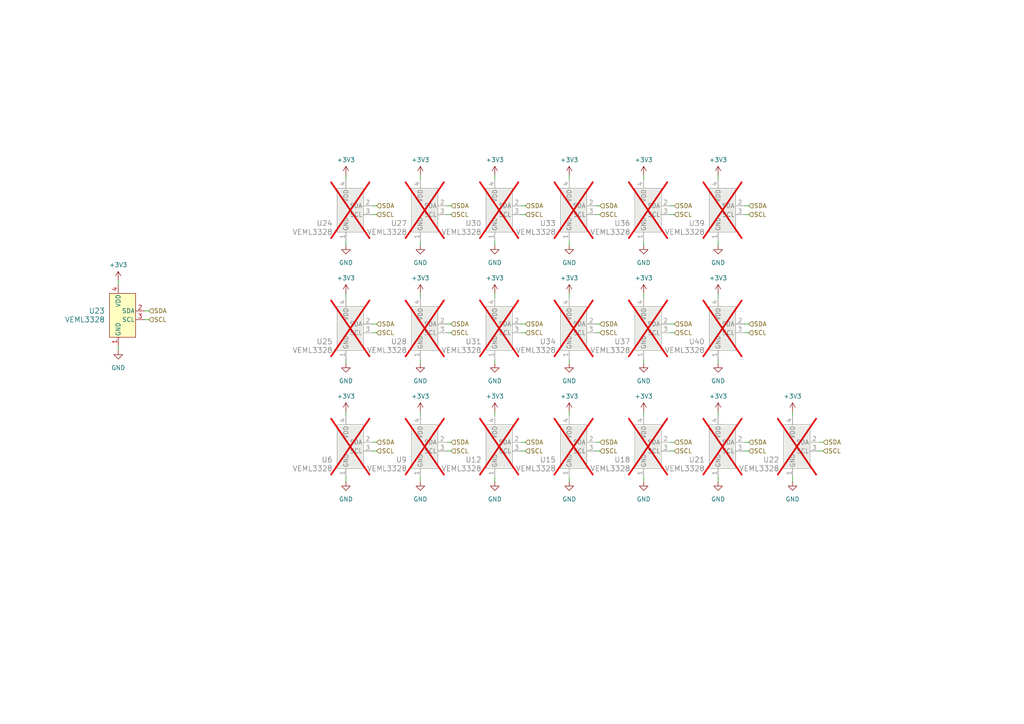
<source format=kicad_sch>
(kicad_sch (version 20231120) (generator "eeschema") (generator_version "8.0")
  (paper "A4")
  (lib_symbols
    (symbol "personal:VEML3328" (pin_names (offset 0.254))
      (property "Reference" "U" (at 12.7 10.16 0))
      (property "Value" "VEML3328" (at 17.78 7.62 0))
      (symbol "VEML3328_1_1"
        (rectangle (start 7.62 5.08) (end 15.24 -7.62) (fill (type background)))
        (pin unspecified line (at 10.16 -10.16 90) (length 2.54) (name "GND") (number "1"))
        (pin unspecified line (at 17.78 0 180) (length 2.54) (name "SDA") (number "2"))
        (pin unspecified line (at 17.78 -2.54 180) (length 2.54) (name "SCL") (number "3"))
        (pin unspecified line (at 10.16 7.62 270) (length 2.54) (name "VDD") (number "4"))
      )
    )
    (symbol "power:+3V3" (power) (pin_names (offset 0))
      (property "Value" "+3V3" (at 0 3.556 0))
      (symbol "+3V3_0_1"
        (polyline (pts (xy -0.762 1.27) (xy 0 2.54)))
        (polyline (pts (xy 0 0) (xy 0 2.54)))
        (polyline (pts (xy 0 2.54) (xy 0.762 1.27)))
      )
      (symbol "+3V3_1_1"
        (pin power_in line (at 0 0 90) (length 0) hide (name "+3V3") (number "1"))
      )
    )
    (symbol "power:GND" (power) (pin_names (offset 0))
      (property "Value" "GND" (at 0 -3.81 0))
      (symbol "GND_0_1"
        (polyline (pts (xy 0 0) (xy 0 -1.27) (xy 1.27 -1.27) (xy 0 -2.54) (xy -1.27 -1.27) (xy 0 -1.27)))
      )
      (symbol "GND_1_1"
        (pin power_in line (at 0 0 270) (length 0) hide (name "GND") (number "1"))
      )
    )
  )
  (wire (pts (xy 41.91 90.17) (xy 43.18 90.17)))
  (wire (pts (xy 41.91 92.71) (xy 43.18 92.71)))
  (wire (pts (xy 208.28 119.38) (xy 208.28 120.65)))
  (wire (pts (xy 186.69 139.7) (xy 186.69 138.43)))
  (wire (pts (xy 217.17 128.27) (xy 215.9 128.27)))
  (wire (pts (xy 165.1 85.09) (xy 165.1 86.36)))
  (wire (pts (xy 143.51 105.41) (xy 143.51 104.14)))
  (wire (pts (xy 109.22 130.81) (xy 107.95 130.81)))
  (wire (pts (xy 121.92 85.09) (xy 121.92 86.36)))
  (wire (pts (xy 100.33 50.8) (xy 100.33 52.07)))
  (wire (pts (xy 229.87 139.7) (xy 229.87 138.43)))
  (wire (pts (xy 152.4 96.52) (xy 151.13 96.52)))
  (wire (pts (xy 173.99 96.52) (xy 172.72 96.52)))
  (wire (pts (xy 173.99 62.23) (xy 172.72 62.23)))
  (wire (pts (xy 173.99 128.27) (xy 172.72 128.27)))
  (wire (pts (xy 208.28 105.41) (xy 208.28 104.14)))
  (wire (pts (xy 173.99 93.98) (xy 172.72 93.98)))
  (wire (pts (xy 208.28 71.12) (xy 208.28 69.85)))
  (wire (pts (xy 165.1 71.12) (xy 165.1 69.85)))
  (wire (pts (xy 143.51 139.7) (xy 143.51 138.43)))
  (wire (pts (xy 186.69 85.09) (xy 186.69 86.36)))
  (wire (pts (xy 100.33 139.7) (xy 100.33 138.43)))
  (wire (pts (xy 217.17 59.69) (xy 215.9 59.69)))
  (wire (pts (xy 208.28 139.7) (xy 208.28 138.43)))
  (wire (pts (xy 109.22 59.69) (xy 107.95 59.69)))
  (wire (pts (xy 186.69 50.8) (xy 186.69 52.07)))
  (wire (pts (xy 186.69 119.38) (xy 186.69 120.65)))
  (wire (pts (xy 238.76 128.27) (xy 237.49 128.27)))
  (wire (pts (xy 143.51 85.09) (xy 143.51 86.36)))
  (wire (pts (xy 165.1 119.38) (xy 165.1 120.65)))
  (wire (pts (xy 143.51 119.38) (xy 143.51 120.65)))
  (wire (pts (xy 208.28 50.8) (xy 208.28 52.07)))
  (wire (pts (xy 34.29 81.28) (xy 34.29 82.55)))
  (wire (pts (xy 195.58 59.69) (xy 194.31 59.69)))
  (wire (pts (xy 130.81 59.69) (xy 129.54 59.69)))
  (wire (pts (xy 100.33 85.09) (xy 100.33 86.36)))
  (wire (pts (xy 100.33 71.12) (xy 100.33 69.85)))
  (wire (pts (xy 130.81 128.27) (xy 129.54 128.27)))
  (wire (pts (xy 152.4 128.27) (xy 151.13 128.27)))
  (wire (pts (xy 217.17 62.23) (xy 215.9 62.23)))
  (wire (pts (xy 217.17 130.81) (xy 215.9 130.81)))
  (wire (pts (xy 217.17 93.98) (xy 215.9 93.98)))
  (wire (pts (xy 109.22 93.98) (xy 107.95 93.98)))
  (wire (pts (xy 121.92 105.41) (xy 121.92 104.14)))
  (wire (pts (xy 152.4 62.23) (xy 151.13 62.23)))
  (wire (pts (xy 195.58 130.81) (xy 194.31 130.81)))
  (wire (pts (xy 208.28 85.09) (xy 208.28 86.36)))
  (wire (pts (xy 152.4 130.81) (xy 151.13 130.81)))
  (wire (pts (xy 100.33 105.41) (xy 100.33 104.14)))
  (wire (pts (xy 121.92 71.12) (xy 121.92 69.85)))
  (wire (pts (xy 195.58 62.23) (xy 194.31 62.23)))
  (wire (pts (xy 165.1 50.8) (xy 165.1 52.07)))
  (wire (pts (xy 165.1 139.7) (xy 165.1 138.43)))
  (wire (pts (xy 238.76 130.81) (xy 237.49 130.81)))
  (wire (pts (xy 173.99 130.81) (xy 172.72 130.81)))
  (wire (pts (xy 109.22 128.27) (xy 107.95 128.27)))
  (wire (pts (xy 165.1 105.41) (xy 165.1 104.14)))
  (wire (pts (xy 217.17 96.52) (xy 215.9 96.52)))
  (wire (pts (xy 186.69 71.12) (xy 186.69 69.85)))
  (wire (pts (xy 143.51 50.8) (xy 143.51 52.07)))
  (wire (pts (xy 130.81 62.23) (xy 129.54 62.23)))
  (wire (pts (xy 152.4 93.98) (xy 151.13 93.98)))
  (wire (pts (xy 229.87 119.38) (xy 229.87 120.65)))
  (wire (pts (xy 152.4 59.69) (xy 151.13 59.69)))
  (wire (pts (xy 109.22 62.23) (xy 107.95 62.23)))
  (wire (pts (xy 121.92 119.38) (xy 121.92 120.65)))
  (wire (pts (xy 173.99 59.69) (xy 172.72 59.69)))
  (wire (pts (xy 130.81 93.98) (xy 129.54 93.98)))
  (wire (pts (xy 121.92 139.7) (xy 121.92 138.43)))
  (wire (pts (xy 130.81 130.81) (xy 129.54 130.81)))
  (wire (pts (xy 186.69 105.41) (xy 186.69 104.14)))
  (wire (pts (xy 195.58 96.52) (xy 194.31 96.52)))
  (wire (pts (xy 195.58 93.98) (xy 194.31 93.98)))
  (wire (pts (xy 34.29 100.33) (xy 34.29 101.6)))
  (wire (pts (xy 109.22 96.52) (xy 107.95 96.52)))
  (wire (pts (xy 130.81 96.52) (xy 129.54 96.52)))
  (wire (pts (xy 121.92 50.8) (xy 121.92 52.07)))
  (wire (pts (xy 100.33 119.38) (xy 100.33 120.65)))
  (wire (pts (xy 143.51 71.12) (xy 143.51 69.85)))
  (wire (pts (xy 195.58 128.27) (xy 194.31 128.27)))
  (hierarchical_label "SDA" (shape input) (at 195.58 93.98 0))
  (hierarchical_label "SCL" (shape input) (at 173.99 130.81 0))
  (hierarchical_label "SCL" (shape input) (at 130.81 130.81 0))
  (hierarchical_label "SDA" (shape input) (at 109.22 128.27 0))
  (hierarchical_label "SDA" (shape input) (at 217.17 128.27 0))
  (hierarchical_label "SCL" (shape input) (at 130.81 62.23 0))
  (hierarchical_label "SDA" (shape input) (at 109.22 93.98 0))
  (hierarchical_label "SCL" (shape input) (at 109.22 62.23 0))
  (hierarchical_label "SCL" (shape input) (at 195.58 130.81 0))
  (hierarchical_label "SDA" (shape input) (at 173.99 128.27 0))
  (hierarchical_label "SDA" (shape input) (at 195.58 128.27 0))
  (hierarchical_label "SCL" (shape input) (at 173.99 96.52 0))
  (hierarchical_label "SCL" (shape input) (at 152.4 130.81 0))
  (hierarchical_label "SCL" (shape input) (at 173.99 62.23 0))
  (hierarchical_label "SCL" (shape input) (at 43.18 92.71 0))
  (hierarchical_label "SDA" (shape input) (at 152.4 128.27 0))
  (hierarchical_label "SCL" (shape input) (at 217.17 130.81 0))
  (hierarchical_label "SCL" (shape input) (at 195.58 96.52 0))
  (hierarchical_label "SDA" (shape input) (at 43.18 90.17 0))
  (hierarchical_label "SCL" (shape input) (at 195.58 62.23 0))
  (hierarchical_label "SDA" (shape input) (at 195.58 59.69 0))
  (hierarchical_label "SCL" (shape input) (at 217.17 62.23 0))
  (hierarchical_label "SDA" (shape input) (at 152.4 59.69 0))
  (hierarchical_label "SDA" (shape input) (at 130.81 128.27 0))
  (hierarchical_label "SCL" (shape input) (at 152.4 62.23 0))
  (hierarchical_label "SDA" (shape input) (at 173.99 93.98 0))
  (hierarchical_label "SDA" (shape input) (at 109.22 59.69 0))
  (hierarchical_label "SDA" (shape input) (at 238.76 128.27 0))
  (hierarchical_label "SCL" (shape input) (at 238.76 130.81 0))
  (hierarchical_label "SCL" (shape input) (at 130.81 96.52 0))
  (hierarchical_label "SDA" (shape input) (at 130.81 59.69 0))
  (hierarchical_label "SDA" (shape input) (at 152.4 93.98 0))
  (hierarchical_label "SDA" (shape input) (at 217.17 93.98 0))
  (hierarchical_label "SCL" (shape input) (at 217.17 96.52 0))
  (hierarchical_label "SCL" (shape input) (at 109.22 130.81 0))
  (hierarchical_label "SDA" (shape input) (at 173.99 59.69 0))
  (hierarchical_label "SDA" (shape input) (at 217.17 59.69 0))
  (hierarchical_label "SDA" (shape input) (at 130.81 93.98 0))
  (hierarchical_label "SCL" (shape input) (at 152.4 96.52 0))
  (hierarchical_label "SCL" (shape input) (at 109.22 96.52 0))
  (symbol (lib_id "power:GND") (at 143.51 139.7 0) (unit 1)
    (property "Reference" "#PWR056" (effects (hide yes)))
    (property "Value" "GND" (at 143.51 144.78 0))
    (instances (project "robot_pcb" (path "" (reference "#PWR056") (unit 1)) (path "" (reference "#PWR096") (unit 1))))
  )
  (symbol (lib_id "power:GND") (at 208.28 139.7 0) (unit 1)
    (property "Reference" "#PWR074" (effects (hide yes)))
    (property "Value" "GND" (at 208.28 144.78 0))
    (instances (project "robot_pcb" (path "" (reference "#PWR074") (unit 1)) (path "" (reference "#PWR0114") (unit 1))))
  )
  (symbol (lib_id "power:GND") (at 186.69 71.12 0) (unit 1)
    (property "Reference" "#PWR064" (effects (hide yes)))
    (property "Value" "GND" (at 186.69 76.2 0))
    (instances (project "robot_pcb" (path "" (reference "#PWR064") (unit 1)) (path "" (reference "#PWR0104") (unit 1))))
  )
  (symbol (lib_id "power:GND") (at 143.51 71.12 0) (unit 1)
    (property "Reference" "#PWR052" (effects (hide yes)))
    (property "Value" "GND" (at 143.51 76.2 0))
    (instances (project "robot_pcb" (path "" (reference "#PWR052") (unit 1)) (path "" (reference "#PWR092") (unit 1))))
  )
  (symbol (lib_id "power:GND") (at 100.33 105.41 0) (unit 1)
    (property "Reference" "#PWR042" (effects (hide yes)))
    (property "Value" "GND" (at 100.33 110.49 0))
    (instances (project "robot_pcb" (path "" (reference "#PWR042") (unit 1)) (path "" (reference "#PWR082") (unit 1))))
  )
  (symbol (lib_id "power:+3V3") (at 143.51 85.09 0) (unit 1)
    (property "Reference" "#PWR053" (effects (hide yes)))
    (property "Value" "+3V3" (at 143.51 80.645 0))
    (instances (project "robot_pcb" (path "" (reference "#PWR053") (unit 1)) (path "" (reference "#PWR093") (unit 1))))
  )
  (symbol (lib_id "personal:VEML3328") (at 90.17 59.69 0) (unit 1) (dnp yes)
    (property "Reference" "U24" (at 96.52 64.77 0) (effects (font (size 1.524 1.524)) (justify right)))
    (property "Value" "VEML3328" (at 96.52 67.31 0) (effects (font (size 1.524 1.524)) (justify right)))
    (property "Footprint" "personal:SMD_L3328_VIS_better" (effects (hide yes)))
    (property "Datasheet" "VEML3328" (effects (hide yes)))
    (property "farnell" "3517203" (effects (hide yes)))
    (instances (project "robot_pcb" (path "" (reference "U24") (unit 1)) (path "" (reference "U4") (unit 1))))
  )
  (symbol (lib_id "personal:VEML3328") (at 176.53 93.98 0) (unit 1) (dnp yes)
    (property "Reference" "U37" (at 182.88 99.06 0) (effects (font (size 1.524 1.524)) (justify right)))
    (property "Value" "VEML3328" (at 182.88 101.6 0) (effects (font (size 1.524 1.524)) (justify right)))
    (property "Footprint" "personal:SMD_L3328_VIS_better" (effects (hide yes)))
    (property "Datasheet" "VEML3328" (effects (hide yes)))
    (property "farnell" "3517203" (effects (hide yes)))
    (instances (project "robot_pcb" (path "" (reference "U37") (unit 1)) (path "" (reference "U17") (unit 1))))
  )
  (symbol (lib_id "power:+3V3") (at 121.92 85.09 0) (unit 1)
    (property "Reference" "#PWR047" (effects (hide yes)))
    (property "Value" "+3V3" (at 121.92 80.645 0))
    (instances (project "robot_pcb" (path "" (reference "#PWR047") (unit 1)) (path "" (reference "#PWR087") (unit 1))))
  )
  (symbol (lib_id "personal:VEML3328") (at 90.17 128.27 0) (unit 1) (dnp yes)
    (property "Reference" "U6" (at 96.52 133.35 0) (effects (font (size 1.524 1.524)) (justify right)))
    (property "Value" "VEML3328" (at 96.52 135.89 0) (effects (font (size 1.524 1.524)) (justify right)))
    (property "Footprint" "personal:SMD_L3328_VIS_better" (effects (hide yes)))
    (property "Datasheet" "VEML3328" (effects (hide yes)))
    (property "farnell" "3517203" (effects (hide yes)))
    (instances (project "robot_pcb" (path "" (reference "U6") (unit 1)) (path "" (reference "U26") (unit 1))))
  )
  (symbol (lib_id "power:GND") (at 186.69 105.41 0) (unit 1)
    (property "Reference" "#PWR066" (effects (hide yes)))
    (property "Value" "GND" (at 186.69 110.49 0))
    (instances (project "robot_pcb" (path "" (reference "#PWR066") (unit 1)) (path "" (reference "#PWR0106") (unit 1))))
  )
  (symbol (lib_id "personal:VEML3328") (at 219.71 128.27 0) (unit 1) (dnp yes)
    (property "Reference" "U22" (at 226.06 133.35 0) (effects (font (size 1.524 1.524)) (justify right)))
    (property "Value" "VEML3328" (at 226.06 135.89 0) (effects (font (size 1.524 1.524)) (justify right)))
    (property "Footprint" "personal:SMD_L3328_VIS_better" (effects (hide yes)))
    (property "Datasheet" "VEML3328" (effects (hide yes)))
    (property "farnell" "3517203" (effects (hide yes)))
    (instances (project "robot_pcb" (path "" (reference "U22") (unit 1)) (path "" (reference "U42") (unit 1))))
  )
  (symbol (lib_id "personal:VEML3328") (at 111.76 93.98 0) (unit 1) (dnp yes)
    (property "Reference" "U28" (at 118.11 99.06 0) (effects (font (size 1.524 1.524)) (justify right)))
    (property "Value" "VEML3328" (at 118.11 101.6 0) (effects (font (size 1.524 1.524)) (justify right)))
    (property "Footprint" "personal:SMD_L3328_VIS_better" (effects (hide yes)))
    (property "Datasheet" "VEML3328" (effects (hide yes)))
    (property "farnell" "3517203" (effects (hide yes)))
    (instances (project "robot_pcb" (path "" (reference "U28") (unit 1)) (path "" (reference "U8") (unit 1))))
  )
  (symbol (lib_id "power:+3V3") (at 186.69 50.8 0) (unit 1)
    (property "Reference" "#PWR063" (effects (hide yes)))
    (property "Value" "+3V3" (at 186.69 46.355 0))
    (instances (project "robot_pcb" (path "" (reference "#PWR063") (unit 1)) (path "" (reference "#PWR0103") (unit 1))))
  )
  (symbol (lib_id "power:+3V3") (at 186.69 85.09 0) (unit 1)
    (property "Reference" "#PWR065" (effects (hide yes)))
    (property "Value" "+3V3" (at 186.69 80.645 0))
    (instances (project "robot_pcb" (path "" (reference "#PWR065") (unit 1)) (path "" (reference "#PWR0105") (unit 1))))
  )
  (symbol (lib_id "power:GND") (at 165.1 71.12 0) (unit 1)
    (property "Reference" "#PWR058" (effects (hide yes)))
    (property "Value" "GND" (at 165.1 76.2 0))
    (instances (project "robot_pcb" (path "" (reference "#PWR058") (unit 1)) (path "" (reference "#PWR098") (unit 1))))
  )
  (symbol (lib_id "power:+3V3") (at 143.51 50.8 0) (unit 1)
    (property "Reference" "#PWR051" (effects (hide yes)))
    (property "Value" "+3V3" (at 143.51 46.355 0))
    (instances (project "robot_pcb" (path "" (reference "#PWR051") (unit 1)) (path "" (reference "#PWR091") (unit 1))))
  )
  (symbol (lib_id "power:GND") (at 165.1 105.41 0) (unit 1)
    (property "Reference" "#PWR060" (effects (hide yes)))
    (property "Value" "GND" (at 165.1 110.49 0))
    (instances (project "robot_pcb" (path "" (reference "#PWR060") (unit 1)) (path "" (reference "#PWR0100") (unit 1))))
  )
  (symbol (lib_id "power:+3V3") (at 100.33 50.8 0) (unit 1)
    (property "Reference" "#PWR039" (effects (hide yes)))
    (property "Value" "+3V3" (at 100.33 46.355 0))
    (instances (project "robot_pcb" (path "" (reference "#PWR039") (unit 1)) (path "" (reference "#PWR079") (unit 1))))
  )
  (symbol (lib_id "power:+3V3") (at 100.33 85.09 0) (unit 1)
    (property "Reference" "#PWR041" (effects (hide yes)))
    (property "Value" "+3V3" (at 100.33 80.645 0))
    (instances (project "robot_pcb" (path "" (reference "#PWR041") (unit 1)) (path "" (reference "#PWR081") (unit 1))))
  )
  (symbol (lib_id "personal:VEML3328") (at 176.53 128.27 0) (unit 1) (dnp yes)
    (property "Reference" "U18" (at 182.88 133.35 0) (effects (font (size 1.524 1.524)) (justify right)))
    (property "Value" "VEML3328" (at 182.88 135.89 0) (effects (font (size 1.524 1.524)) (justify right)))
    (property "Footprint" "personal:SMD_L3328_VIS_better" (effects (hide yes)))
    (property "Datasheet" "VEML3328" (effects (hide yes)))
    (property "farnell" "3517203" (effects (hide yes)))
    (instances (project "robot_pcb" (path "" (reference "U18") (unit 1)) (path "" (reference "U38") (unit 1))))
  )
  (symbol (lib_id "power:GND") (at 165.1 139.7 0) (unit 1)
    (property "Reference" "#PWR062" (effects (hide yes)))
    (property "Value" "GND" (at 165.1 144.78 0))
    (instances (project "robot_pcb" (path "" (reference "#PWR062") (unit 1)) (path "" (reference "#PWR0102") (unit 1))))
  )
  (symbol (lib_id "power:GND") (at 100.33 139.7 0) (unit 1)
    (property "Reference" "#PWR044" (effects (hide yes)))
    (property "Value" "GND" (at 100.33 144.78 0))
    (instances (project "robot_pcb" (path "" (reference "#PWR044") (unit 1)) (path "" (reference "#PWR084") (unit 1))))
  )
  (symbol (lib_id "personal:VEML3328") (at 154.94 93.98 0) (unit 1) (dnp yes)
    (property "Reference" "U34" (at 161.29 99.06 0) (effects (font (size 1.524 1.524)) (justify right)))
    (property "Value" "VEML3328" (at 161.29 101.6 0) (effects (font (size 1.524 1.524)) (justify right)))
    (property "Footprint" "personal:SMD_L3328_VIS_better" (effects (hide yes)))
    (property "Datasheet" "VEML3328" (effects (hide yes)))
    (property "farnell" "3517203" (effects (hide yes)))
    (instances (project "robot_pcb" (path "" (reference "U34") (unit 1)) (path "" (reference "U14") (unit 1))))
  )
  (symbol (lib_id "power:GND") (at 143.51 105.41 0) (unit 1)
    (property "Reference" "#PWR054" (effects (hide yes)))
    (property "Value" "GND" (at 143.51 110.49 0))
    (instances (project "robot_pcb" (path "" (reference "#PWR054") (unit 1)) (path "" (reference "#PWR094") (unit 1))))
  )
  (symbol (lib_id "power:+3V3") (at 186.69 119.38 0) (unit 1)
    (property "Reference" "#PWR067" (effects (hide yes)))
    (property "Value" "+3V3" (at 186.69 114.935 0))
    (instances (project "robot_pcb" (path "" (reference "#PWR067") (unit 1)) (path "" (reference "#PWR0107") (unit 1))))
  )
  (symbol (lib_id "power:GND") (at 121.92 105.41 0) (unit 1)
    (property "Reference" "#PWR048" (effects (hide yes)))
    (property "Value" "GND" (at 121.92 110.49 0))
    (instances (project "robot_pcb" (path "" (reference "#PWR048") (unit 1)) (path "" (reference "#PWR088") (unit 1))))
  )
  (symbol (lib_id "personal:VEML3328") (at 24.13 90.17 0) (unit 1)
    (property "Reference" "U23" (at 30.48 90.17 0) (effects (font (size 1.524 1.524)) (justify right)))
    (property "Value" "VEML3328" (at 30.48 92.71 0) (effects (font (size 1.524 1.524)) (justify right)))
    (property "Footprint" "personal:SMD_L3328_VIS_better" (effects (hide yes)))
    (property "Datasheet" "VEML3328" (effects (hide yes)))
    (property "farnell" "3517203" (effects (hide yes)))
    (instances (project "robot_pcb" (path "" (reference "U23") (unit 1)) (path "" (reference "U3") (unit 1))))
  )
  (symbol (lib_id "power:GND") (at 121.92 139.7 0) (unit 1)
    (property "Reference" "#PWR050" (effects (hide yes)))
    (property "Value" "GND" (at 121.92 144.78 0))
    (instances (project "robot_pcb" (path "" (reference "#PWR050") (unit 1)) (path "" (reference "#PWR090") (unit 1))))
  )
  (symbol (lib_id "power:+3V3") (at 165.1 119.38 0) (unit 1)
    (property "Reference" "#PWR061" (effects (hide yes)))
    (property "Value" "+3V3" (at 165.1 114.935 0))
    (instances (project "robot_pcb" (path "" (reference "#PWR061") (unit 1)) (path "" (reference "#PWR0101") (unit 1))))
  )
  (symbol (lib_id "power:+3V3") (at 100.33 119.38 0) (unit 1)
    (property "Reference" "#PWR043" (effects (hide yes)))
    (property "Value" "+3V3" (at 100.33 114.935 0))
    (instances (project "robot_pcb" (path "" (reference "#PWR043") (unit 1)) (path "" (reference "#PWR083") (unit 1))))
  )
  (symbol (lib_id "power:+3V3") (at 208.28 50.8 0) (unit 1)
    (property "Reference" "#PWR069" (effects (hide yes)))
    (property "Value" "+3V3" (at 208.28 46.355 0))
    (instances (project "robot_pcb" (path "" (reference "#PWR069") (unit 1)) (path "" (reference "#PWR0109") (unit 1))))
  )
  (symbol (lib_id "power:GND") (at 34.29 101.6 0) (unit 1)
    (property "Reference" "#PWR038" (effects (hide yes)))
    (property "Value" "GND" (at 34.29 106.68 0))
    (instances (project "robot_pcb" (path "" (reference "#PWR038") (unit 1)) (path "" (reference "#PWR078") (unit 1))))
  )
  (symbol (lib_id "personal:VEML3328") (at 111.76 128.27 0) (unit 1) (dnp yes)
    (property "Reference" "U9" (at 118.11 133.35 0) (effects (font (size 1.524 1.524)) (justify right)))
    (property "Value" "VEML3328" (at 118.11 135.89 0) (effects (font (size 1.524 1.524)) (justify right)))
    (property "Footprint" "personal:SMD_L3328_VIS_better" (effects (hide yes)))
    (property "Datasheet" "VEML3328" (effects (hide yes)))
    (property "farnell" "3517203" (effects (hide yes)))
    (instances (project "robot_pcb" (path "" (reference "U9") (unit 1)) (path "" (reference "U29") (unit 1))))
  )
  (symbol (lib_id "power:+3V3") (at 208.28 85.09 0) (unit 1)
    (property "Reference" "#PWR071" (effects (hide yes)))
    (property "Value" "+3V3" (at 208.28 80.645 0))
    (instances (project "robot_pcb" (path "" (reference "#PWR071") (unit 1)) (path "" (reference "#PWR0111") (unit 1))))
  )
  (symbol (lib_id "power:GND") (at 208.28 105.41 0) (unit 1)
    (property "Reference" "#PWR072" (effects (hide yes)))
    (property "Value" "GND" (at 208.28 110.49 0))
    (instances (project "robot_pcb" (path "" (reference "#PWR072") (unit 1)) (path "" (reference "#PWR0112") (unit 1))))
  )
  (symbol (lib_id "power:+3V3") (at 229.87 119.38 0) (unit 1)
    (property "Reference" "#PWR075" (effects (hide yes)))
    (property "Value" "+3V3" (at 229.87 114.935 0))
    (instances (project "robot_pcb" (path "" (reference "#PWR075") (unit 1)) (path "" (reference "#PWR0115") (unit 1))))
  )
  (symbol (lib_id "power:GND") (at 229.87 139.7 0) (unit 1)
    (property "Reference" "#PWR076" (effects (hide yes)))
    (property "Value" "GND" (at 229.87 144.78 0))
    (instances (project "robot_pcb" (path "" (reference "#PWR076") (unit 1)) (path "" (reference "#PWR0116") (unit 1))))
  )
  (symbol (lib_id "personal:VEML3328") (at 154.94 59.69 0) (unit 1) (dnp yes)
    (property "Reference" "U33" (at 161.29 64.77 0) (effects (font (size 1.524 1.524)) (justify right)))
    (property "Value" "VEML3328" (at 161.29 67.31 0) (effects (font (size 1.524 1.524)) (justify right)))
    (property "Footprint" "personal:SMD_L3328_VIS_better" (effects (hide yes)))
    (property "Datasheet" "VEML3328" (effects (hide yes)))
    (property "farnell" "3517203" (effects (hide yes)))
    (instances (project "robot_pcb" (path "" (reference "U33") (unit 1)) (path "" (reference "U13") (unit 1))))
  )
  (symbol (lib_id "personal:VEML3328") (at 111.76 59.69 0) (unit 1) (dnp yes)
    (property "Reference" "U27" (at 118.11 64.77 0) (effects (font (size 1.524 1.524)) (justify right)))
    (property "Value" "VEML3328" (at 118.11 67.31 0) (effects (font (size 1.524 1.524)) (justify right)))
    (property "Footprint" "personal:SMD_L3328_VIS_better" (effects (hide yes)))
    (property "Datasheet" "VEML3328" (effects (hide yes)))
    (property "farnell" "3517203" (effects (hide yes)))
    (instances (project "robot_pcb" (path "" (reference "U27") (unit 1)) (path "" (reference "U7") (unit 1))))
  )
  (symbol (lib_id "personal:VEML3328") (at 90.17 93.98 0) (unit 1) (dnp yes)
    (property "Reference" "U25" (at 96.52 99.06 0) (effects (font (size 1.524 1.524)) (justify right)))
    (property "Value" "VEML3328" (at 96.52 101.6 0) (effects (font (size 1.524 1.524)) (justify right)))
    (property "Footprint" "personal:SMD_L3328_VIS_better" (effects (hide yes)))
    (property "Datasheet" "VEML3328" (effects (hide yes)))
    (property "farnell" "3517203" (effects (hide yes)))
    (instances (project "robot_pcb" (path "" (reference "U25") (unit 1)) (path "" (reference "U5") (unit 1))))
  )
  (symbol (lib_id "power:+3V3") (at 34.29 81.28 0) (unit 1)
    (property "Reference" "#PWR037" (effects (hide yes)))
    (property "Value" "+3V3" (at 34.29 76.835 0))
    (instances (project "robot_pcb" (path "" (reference "#PWR037") (unit 1)) (path "" (reference "#PWR077") (unit 1))))
  )
  (symbol (lib_id "power:+3V3") (at 143.51 119.38 0) (unit 1)
    (property "Reference" "#PWR055" (effects (hide yes)))
    (property "Value" "+3V3" (at 143.51 114.935 0))
    (instances (project "robot_pcb" (path "" (reference "#PWR055") (unit 1)) (path "" (reference "#PWR095") (unit 1))))
  )
  (symbol (lib_id "personal:VEML3328") (at 176.53 59.69 0) (unit 1) (dnp yes)
    (property "Reference" "U36" (at 182.88 64.77 0) (effects (font (size 1.524 1.524)) (justify right)))
    (property "Value" "VEML3328" (at 182.88 67.31 0) (effects (font (size 1.524 1.524)) (justify right)))
    (property "Footprint" "personal:SMD_L3328_VIS_better" (effects (hide yes)))
    (property "Datasheet" "VEML3328" (effects (hide yes)))
    (property "farnell" "3517203" (effects (hide yes)))
    (instances (project "robot_pcb" (path "" (reference "U36") (unit 1)) (path "" (reference "U16") (unit 1))))
  )
  (symbol (lib_id "power:+3V3") (at 165.1 85.09 0) (unit 1)
    (property "Reference" "#PWR059" (effects (hide yes)))
    (property "Value" "+3V3" (at 165.1 80.645 0))
    (instances (project "robot_pcb" (path "" (reference "#PWR059") (unit 1)) (path "" (reference "#PWR099") (unit 1))))
  )
  (symbol (lib_id "power:+3V3") (at 121.92 50.8 0) (unit 1)
    (property "Reference" "#PWR045" (effects (hide yes)))
    (property "Value" "+3V3" (at 121.92 46.355 0))
    (instances (project "robot_pcb" (path "" (reference "#PWR045") (unit 1)) (path "" (reference "#PWR085") (unit 1))))
  )
  (symbol (lib_id "power:+3V3") (at 208.28 119.38 0) (unit 1)
    (property "Reference" "#PWR073" (effects (hide yes)))
    (property "Value" "+3V3" (at 208.28 114.935 0))
    (instances (project "robot_pcb" (path "" (reference "#PWR073") (unit 1)) (path "" (reference "#PWR0113") (unit 1))))
  )
  (symbol (lib_id "power:+3V3") (at 165.1 50.8 0) (unit 1)
    (property "Reference" "#PWR057" (effects (hide yes)))
    (property "Value" "+3V3" (at 165.1 46.355 0))
    (instances (project "robot_pcb" (path "" (reference "#PWR057") (unit 1)) (path "" (reference "#PWR097") (unit 1))))
  )
  (symbol (lib_id "personal:VEML3328") (at 198.12 93.98 0) (unit 1) (dnp yes)
    (property "Reference" "U40" (at 204.47 99.06 0) (effects (font (size 1.524 1.524)) (justify right)))
    (property "Value" "VEML3328" (at 204.47 101.6 0) (effects (font (size 1.524 1.524)) (justify right)))
    (property "Footprint" "personal:SMD_L3328_VIS_better" (effects (hide yes)))
    (property "Datasheet" "VEML3328" (effects (hide yes)))
    (property "farnell" "3517203" (effects (hide yes)))
    (instances (project "robot_pcb" (path "" (reference "U40") (unit 1)) (path "" (reference "U20") (unit 1))))
  )
  (symbol (lib_id "personal:VEML3328") (at 198.12 59.69 0) (unit 1) (dnp yes)
    (property "Reference" "U39" (at 204.47 64.77 0) (effects (font (size 1.524 1.524)) (justify right)))
    (property "Value" "VEML3328" (at 204.47 67.31 0) (effects (font (size 1.524 1.524)) (justify right)))
    (property "Footprint" "personal:SMD_L3328_VIS_better" (effects (hide yes)))
    (property "Datasheet" "VEML3328" (effects (hide yes)))
    (property "farnell" "3517203" (effects (hide yes)))
    (instances (project "robot_pcb" (path "" (reference "U39") (unit 1)) (path "" (reference "U19") (unit 1))))
  )
  (symbol (lib_id "power:GND") (at 100.33 71.12 0) (unit 1)
    (property "Reference" "#PWR040" (effects (hide yes)))
    (property "Value" "GND" (at 100.33 76.2 0))
    (instances (project "robot_pcb" (path "" (reference "#PWR040") (unit 1)) (path "" (reference "#PWR080") (unit 1))))
  )
  (symbol (lib_id "personal:VEML3328") (at 133.35 128.27 0) (unit 1) (dnp yes)
    (property "Reference" "U12" (at 139.7 133.35 0) (effects (font (size 1.524 1.524)) (justify right)))
    (property "Value" "VEML3328" (at 139.7 135.89 0) (effects (font (size 1.524 1.524)) (justify right)))
    (property "Footprint" "personal:SMD_L3328_VIS_better" (effects (hide yes)))
    (property "Datasheet" "VEML3328" (effects (hide yes)))
    (property "farnell" "3517203" (effects (hide yes)))
    (instances (project "robot_pcb" (path "" (reference "U12") (unit 1)) (path "" (reference "U32") (unit 1))))
  )
  (symbol (lib_id "power:GND") (at 208.28 71.12 0) (unit 1)
    (property "Reference" "#PWR070" (effects (hide yes)))
    (property "Value" "GND" (at 208.28 76.2 0))
    (instances (project "robot_pcb" (path "" (reference "#PWR070") (unit 1)) (path "" (reference "#PWR0110") (unit 1))))
  )
  (symbol (lib_id "personal:VEML3328") (at 133.35 93.98 0) (unit 1) (dnp yes)
    (property "Reference" "U31" (at 139.7 99.06 0) (effects (font (size 1.524 1.524)) (justify right)))
    (property "Value" "VEML3328" (at 139.7 101.6 0) (effects (font (size 1.524 1.524)) (justify right)))
    (property "Footprint" "personal:SMD_L3328_VIS_better" (effects (hide yes)))
    (property "Datasheet" "VEML3328" (effects (hide yes)))
    (property "farnell" "3517203" (effects (hide yes)))
    (instances (project "robot_pcb" (path "" (reference "U31") (unit 1)) (path "" (reference "U11") (unit 1))))
  )
  (symbol (lib_id "power:GND") (at 186.69 139.7 0) (unit 1)
    (property "Reference" "#PWR068" (effects (hide yes)))
    (property "Value" "GND" (at 186.69 144.78 0))
    (instances (project "robot_pcb" (path "" (reference "#PWR068") (unit 1)) (path "" (reference "#PWR0108") (unit 1))))
  )
  (symbol (lib_id "personal:VEML3328") (at 154.94 128.27 0) (unit 1) (dnp yes)
    (property "Reference" "U15" (at 161.29 133.35 0) (effects (font (size 1.524 1.524)) (justify right)))
    (property "Value" "VEML3328" (at 161.29 135.89 0) (effects (font (size 1.524 1.524)) (justify right)))
    (property "Footprint" "personal:SMD_L3328_VIS_better" (effects (hide yes)))
    (property "Datasheet" "VEML3328" (effects (hide yes)))
    (property "farnell" "3517203" (effects (hide yes)))
    (instances (project "robot_pcb" (path "" (reference "U15") (unit 1)) (path "" (reference "U35") (unit 1))))
  )
  (symbol (lib_id "power:+3V3") (at 121.92 119.38 0) (unit 1)
    (property "Reference" "#PWR049" (effects (hide yes)))
    (property "Value" "+3V3" (at 121.92 114.935 0))
    (instances (project "robot_pcb" (path "" (reference "#PWR049") (unit 1)) (path "" (reference "#PWR089") (unit 1))))
  )
  (symbol (lib_id "power:GND") (at 121.92 71.12 0) (unit 1)
    (property "Reference" "#PWR046" (effects (hide yes)))
    (property "Value" "GND" (at 121.92 76.2 0))
    (instances (project "robot_pcb" (path "" (reference "#PWR046") (unit 1)) (path "" (reference "#PWR086") (unit 1))))
  )
  (symbol (lib_id "personal:VEML3328") (at 133.35 59.69 0) (unit 1) (dnp yes)
    (property "Reference" "U30" (at 139.7 64.77 0) (effects (font (size 1.524 1.524)) (justify right)))
    (property "Value" "VEML3328" (at 139.7 67.31 0) (effects (font (size 1.524 1.524)) (justify right)))
    (property "Footprint" "personal:SMD_L3328_VIS_better" (effects (hide yes)))
    (property "Datasheet" "VEML3328" (effects (hide yes)))
    (property "farnell" "3517203" (effects (hide yes)))
    (instances (project "robot_pcb" (path "" (reference "U30") (unit 1)) (path "" (reference "U10") (unit 1))))
  )
  (symbol (lib_id "personal:VEML3328") (at 198.12 128.27 0) (unit 1) (dnp yes)
    (property "Reference" "U21" (at 204.47 133.35 0) (effects (font (size 1.524 1.524)) (justify right)))
    (property "Value" "VEML3328" (at 204.47 135.89 0) (effects (font (size 1.524 1.524)) (justify right)))
    (property "Footprint" "personal:SMD_L3328_VIS_better" (effects (hide yes)))
    (property "Datasheet" "VEML3328" (effects (hide yes)))
    (property "farnell" "3517203" (effects (hide yes)))
    (instances (project "robot_pcb" (path "" (reference "U21") (unit 1)) (path "" (reference "U41") (unit 1))))
  )
)
</source>
